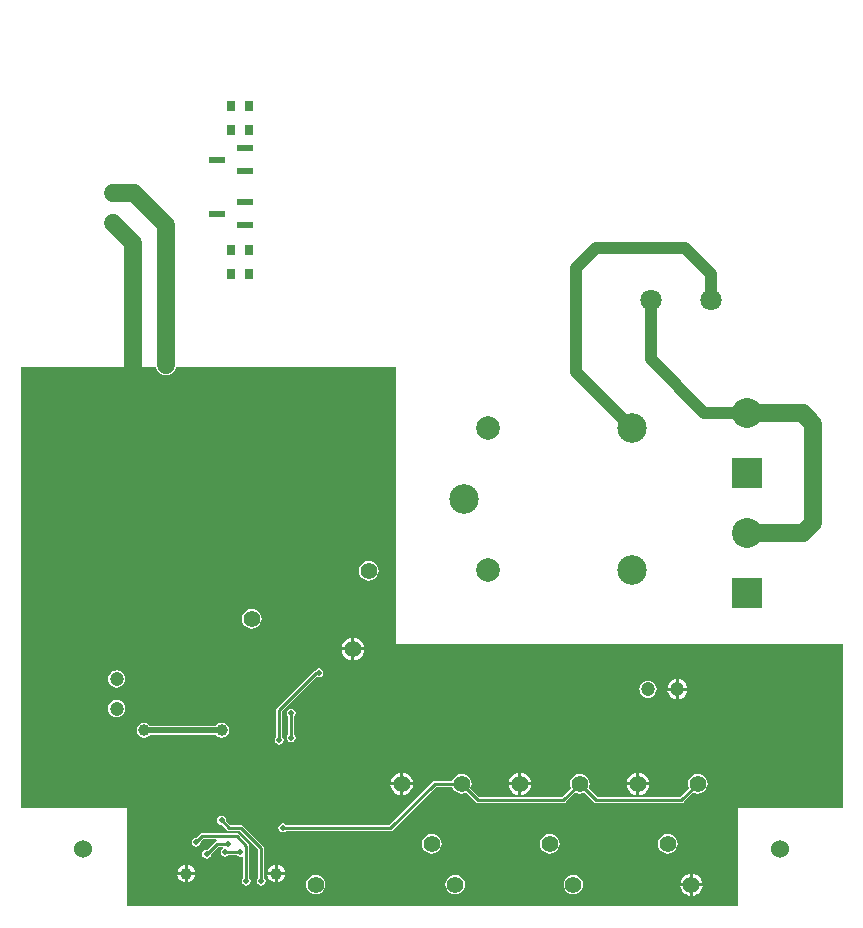
<source format=gbl>
G04*
G04 #@! TF.GenerationSoftware,Altium Limited,Altium Designer,21.6.1 (37)*
G04*
G04 Layer_Physical_Order=2*
G04 Layer_Color=16711680*
%FSLAX25Y25*%
%MOIN*%
G70*
G04*
G04 #@! TF.SameCoordinates,2088F3C0-FEE1-402F-84BC-96CE3F90A9C5*
G04*
G04*
G04 #@! TF.FilePolarity,Positive*
G04*
G01*
G75*
%ADD13C,0.01000*%
%ADD43R,0.02756X0.03543*%
%ADD52C,0.03937*%
%ADD55C,0.02000*%
%ADD56C,0.05906*%
%ADD57C,0.03937*%
%ADD60C,0.07087*%
%ADD61C,0.05906*%
%ADD62C,0.00394*%
%ADD63C,0.04724*%
%ADD64C,0.06000*%
%ADD65C,0.05512*%
%ADD66C,0.09843*%
%ADD67C,0.07874*%
%ADD68C,0.10000*%
%ADD69R,0.10000X0.10000*%
%ADD70C,0.01968*%
%ADD71R,0.05709X0.02362*%
G36*
X-11811Y-69480D02*
X137031D01*
X137031Y-124000D01*
X102000D01*
Y-156716D01*
X-101412Y-156716D01*
Y-124000D01*
X-137031D01*
X-137031Y23000D01*
X-91993D01*
X-91956Y22721D01*
X-91609Y21881D01*
X-91055Y21159D01*
X-90334Y20606D01*
X-89494Y20258D01*
X-88592Y20140D01*
X-87691Y20258D01*
X-86851Y20606D01*
X-86130Y21159D01*
X-85576Y21881D01*
X-85229Y22721D01*
X-85192Y23000D01*
X-11811Y23000D01*
Y-69480D01*
D02*
G37*
%LPC*%
G36*
X-21000Y-41716D02*
X-21850Y-41828D01*
X-22642Y-42156D01*
X-23322Y-42678D01*
X-23844Y-43358D01*
X-24172Y-44150D01*
X-24284Y-45000D01*
X-24172Y-45850D01*
X-23844Y-46642D01*
X-23322Y-47322D01*
X-22642Y-47844D01*
X-21850Y-48172D01*
X-21000Y-48284D01*
X-20150Y-48172D01*
X-19358Y-47844D01*
X-18678Y-47322D01*
X-18156Y-46642D01*
X-17828Y-45850D01*
X-17716Y-45000D01*
X-17828Y-44150D01*
X-18156Y-43358D01*
X-18678Y-42678D01*
X-19358Y-42156D01*
X-20150Y-41828D01*
X-21000Y-41716D01*
D02*
G37*
G36*
X-60000Y-57716D02*
X-60850Y-57828D01*
X-61642Y-58156D01*
X-62322Y-58678D01*
X-62844Y-59358D01*
X-63172Y-60150D01*
X-63284Y-61000D01*
X-63172Y-61850D01*
X-62844Y-62642D01*
X-62322Y-63322D01*
X-61642Y-63844D01*
X-60850Y-64172D01*
X-60000Y-64284D01*
X-59150Y-64172D01*
X-58358Y-63844D01*
X-57678Y-63322D01*
X-57156Y-62642D01*
X-56828Y-61850D01*
X-56716Y-61000D01*
X-56828Y-60150D01*
X-57156Y-59358D01*
X-57678Y-58678D01*
X-58358Y-58156D01*
X-59150Y-57828D01*
X-60000Y-57716D01*
D02*
G37*
G36*
X-25764Y-67352D02*
Y-70575D01*
X-22542D01*
X-22605Y-70095D01*
X-22984Y-69181D01*
X-23586Y-68396D01*
X-24370Y-67794D01*
X-25284Y-67416D01*
X-25764Y-67352D01*
D02*
G37*
G36*
X-26764D02*
X-27245Y-67416D01*
X-28159Y-67794D01*
X-28943Y-68396D01*
X-29545Y-69181D01*
X-29923Y-70095D01*
X-29987Y-70575D01*
X-26764D01*
Y-67352D01*
D02*
G37*
G36*
X-22542Y-71575D02*
X-25764D01*
Y-74797D01*
X-25284Y-74734D01*
X-24370Y-74356D01*
X-23586Y-73754D01*
X-22984Y-72969D01*
X-22605Y-72056D01*
X-22542Y-71575D01*
D02*
G37*
G36*
X-26764D02*
X-29987D01*
X-29923Y-72056D01*
X-29545Y-72969D01*
X-28943Y-73754D01*
X-28159Y-74356D01*
X-27245Y-74734D01*
X-26764Y-74797D01*
Y-71575D01*
D02*
G37*
G36*
X-37583Y-77522D02*
X-38162Y-77637D01*
X-38653Y-77965D01*
X-38853Y-78264D01*
X-38926Y-78279D01*
X-39257Y-78500D01*
X-51516Y-90759D01*
X-51737Y-91090D01*
X-51815Y-91480D01*
Y-100376D01*
X-51865Y-100410D01*
X-52193Y-100901D01*
X-52309Y-101480D01*
X-52193Y-102059D01*
X-51865Y-102550D01*
X-51374Y-102878D01*
X-50795Y-102994D01*
X-50216Y-102878D01*
X-49725Y-102550D01*
X-49397Y-102059D01*
X-49282Y-101480D01*
X-49397Y-100901D01*
X-49725Y-100410D01*
X-49776Y-100376D01*
Y-91903D01*
X-38249Y-80376D01*
X-38162Y-80433D01*
X-37583Y-80549D01*
X-37004Y-80433D01*
X-36513Y-80106D01*
X-36185Y-79615D01*
X-36070Y-79035D01*
X-36185Y-78456D01*
X-36513Y-77965D01*
X-37004Y-77637D01*
X-37583Y-77522D01*
D02*
G37*
G36*
X-105000Y-78192D02*
X-105747Y-78290D01*
X-106444Y-78579D01*
X-107041Y-79037D01*
X-107500Y-79635D01*
X-107789Y-80332D01*
X-107887Y-81079D01*
X-107789Y-81826D01*
X-107500Y-82522D01*
X-107041Y-83120D01*
X-106444Y-83579D01*
X-105747Y-83867D01*
X-105000Y-83966D01*
X-104253Y-83867D01*
X-103557Y-83579D01*
X-102959Y-83120D01*
X-102500Y-82522D01*
X-102211Y-81826D01*
X-102113Y-81079D01*
X-102211Y-80332D01*
X-102500Y-79635D01*
X-102959Y-79037D01*
X-103557Y-78579D01*
X-104253Y-78290D01*
X-105000Y-78192D01*
D02*
G37*
G36*
X82421Y-81175D02*
Y-84000D01*
X85247D01*
X85197Y-83622D01*
X84858Y-82804D01*
X84319Y-82102D01*
X83617Y-81563D01*
X82799Y-81224D01*
X82421Y-81175D01*
D02*
G37*
G36*
X81421D02*
X81044Y-81224D01*
X80226Y-81563D01*
X79523Y-82102D01*
X78984Y-82804D01*
X78646Y-83622D01*
X78596Y-84000D01*
X81421D01*
Y-81175D01*
D02*
G37*
G36*
X72079Y-81613D02*
X71332Y-81712D01*
X70635Y-82000D01*
X70037Y-82459D01*
X69579Y-83057D01*
X69290Y-83753D01*
X69192Y-84500D01*
X69290Y-85247D01*
X69579Y-85943D01*
X70037Y-86541D01*
X70635Y-87000D01*
X71332Y-87288D01*
X72079Y-87387D01*
X72826Y-87288D01*
X73522Y-87000D01*
X74120Y-86541D01*
X74579Y-85943D01*
X74867Y-85247D01*
X74966Y-84500D01*
X74867Y-83753D01*
X74579Y-83057D01*
X74120Y-82459D01*
X73522Y-82000D01*
X72826Y-81712D01*
X72079Y-81613D01*
D02*
G37*
G36*
X85247Y-85000D02*
X82421D01*
Y-87825D01*
X82799Y-87776D01*
X83617Y-87437D01*
X84319Y-86898D01*
X84858Y-86196D01*
X85197Y-85378D01*
X85247Y-85000D01*
D02*
G37*
G36*
X81421D02*
X78596D01*
X78646Y-85378D01*
X78984Y-86196D01*
X79523Y-86898D01*
X80226Y-87437D01*
X81044Y-87776D01*
X81421Y-87825D01*
Y-85000D01*
D02*
G37*
G36*
X-105000Y-88034D02*
X-105747Y-88133D01*
X-106444Y-88421D01*
X-107041Y-88880D01*
X-107500Y-89478D01*
X-107789Y-90174D01*
X-107887Y-90921D01*
X-107789Y-91668D01*
X-107500Y-92365D01*
X-107041Y-92963D01*
X-106444Y-93421D01*
X-105747Y-93710D01*
X-105000Y-93808D01*
X-104253Y-93710D01*
X-103557Y-93421D01*
X-102959Y-92963D01*
X-102500Y-92365D01*
X-102211Y-91668D01*
X-102113Y-90921D01*
X-102211Y-90174D01*
X-102500Y-89478D01*
X-102959Y-88880D01*
X-103557Y-88421D01*
X-104253Y-88133D01*
X-105000Y-88034D01*
D02*
G37*
G36*
X-95849Y-95663D02*
X-96812Y-95855D01*
X-97629Y-96400D01*
X-98174Y-97217D01*
X-98366Y-98180D01*
X-98174Y-99143D01*
X-97629Y-99960D01*
X-96812Y-100505D01*
X-95849Y-100697D01*
X-94886Y-100505D01*
X-94069Y-99960D01*
X-93929Y-99750D01*
X-71974D01*
X-71807Y-100000D01*
X-70991Y-100546D01*
X-70028Y-100737D01*
X-69064Y-100546D01*
X-68248Y-100000D01*
X-67702Y-99184D01*
X-67511Y-98220D01*
X-67702Y-97257D01*
X-68248Y-96441D01*
X-69064Y-95895D01*
X-70028Y-95704D01*
X-70991Y-95895D01*
X-71807Y-96441D01*
X-71974Y-96691D01*
X-93875D01*
X-94069Y-96400D01*
X-94886Y-95855D01*
X-95849Y-95663D01*
D02*
G37*
G36*
X-46812Y-90967D02*
X-47391Y-91082D01*
X-47882Y-91410D01*
X-48210Y-91901D01*
X-48325Y-92480D01*
X-48210Y-93059D01*
X-47882Y-93550D01*
X-47832Y-93584D01*
Y-99545D01*
X-47882Y-99579D01*
X-48210Y-100070D01*
X-48325Y-100649D01*
X-48210Y-101228D01*
X-47882Y-101719D01*
X-47391Y-102047D01*
X-46812Y-102162D01*
X-46233Y-102047D01*
X-45742Y-101719D01*
X-45414Y-101228D01*
X-45299Y-100649D01*
X-45414Y-100070D01*
X-45742Y-99579D01*
X-45792Y-99545D01*
Y-93584D01*
X-45742Y-93550D01*
X-45414Y-93059D01*
X-45299Y-92480D01*
X-45414Y-91901D01*
X-45742Y-91410D01*
X-46233Y-91082D01*
X-46812Y-90967D01*
D02*
G37*
G36*
X69240Y-112262D02*
Y-115484D01*
X72463D01*
X72399Y-115004D01*
X72021Y-114090D01*
X71419Y-113305D01*
X70634Y-112704D01*
X69721Y-112325D01*
X69240Y-112262D01*
D02*
G37*
G36*
X29870D02*
Y-115484D01*
X33093D01*
X33029Y-115004D01*
X32651Y-114090D01*
X32049Y-113305D01*
X31264Y-112704D01*
X30351Y-112325D01*
X29870Y-112262D01*
D02*
G37*
G36*
X68240D02*
X67760Y-112325D01*
X66846Y-112704D01*
X66061Y-113305D01*
X65459Y-114090D01*
X65081Y-115004D01*
X65018Y-115484D01*
X68240D01*
Y-112262D01*
D02*
G37*
G36*
X28870D02*
X28390Y-112325D01*
X27476Y-112704D01*
X26691Y-113305D01*
X26089Y-114090D01*
X25711Y-115004D01*
X25648Y-115484D01*
X28870D01*
Y-112262D01*
D02*
G37*
G36*
X-9500D02*
Y-115484D01*
X-6278D01*
X-6341Y-115004D01*
X-6719Y-114090D01*
X-7321Y-113305D01*
X-8106Y-112704D01*
X-9020Y-112325D01*
X-9500Y-112262D01*
D02*
G37*
G36*
X-10500Y-112262D02*
X-10981Y-112325D01*
X-11894Y-112704D01*
X-12679Y-113305D01*
X-13281Y-114090D01*
X-13659Y-115004D01*
X-13723Y-115484D01*
X-10500D01*
Y-112262D01*
D02*
G37*
G36*
Y-116484D02*
X-13723D01*
X-13659Y-116965D01*
X-13281Y-117878D01*
X-12679Y-118663D01*
X-11894Y-119265D01*
X-10981Y-119643D01*
X-10500Y-119707D01*
Y-116484D01*
D02*
G37*
G36*
X72463Y-116484D02*
X69240D01*
Y-119707D01*
X69721Y-119643D01*
X70634Y-119265D01*
X71419Y-118663D01*
X72021Y-117878D01*
X72399Y-116965D01*
X72463Y-116484D01*
D02*
G37*
G36*
X33093D02*
X29870D01*
Y-119707D01*
X30351Y-119643D01*
X31264Y-119265D01*
X32049Y-118663D01*
X32651Y-117878D01*
X33029Y-116965D01*
X33093Y-116484D01*
D02*
G37*
G36*
X68240D02*
X65018D01*
X65081Y-116965D01*
X65459Y-117878D01*
X66061Y-118663D01*
X66846Y-119265D01*
X67760Y-119643D01*
X68240Y-119707D01*
Y-116484D01*
D02*
G37*
G36*
X28870D02*
X25648D01*
X25711Y-116965D01*
X26089Y-117878D01*
X26691Y-118663D01*
X27476Y-119265D01*
X28390Y-119643D01*
X28870Y-119707D01*
Y-116484D01*
D02*
G37*
G36*
X-6278Y-116484D02*
X-9500D01*
Y-119707D01*
X-9020Y-119643D01*
X-8106Y-119265D01*
X-7321Y-118663D01*
X-6719Y-117878D01*
X-6341Y-116965D01*
X-6278Y-116484D01*
D02*
G37*
G36*
X88740Y-112700D02*
X87890Y-112812D01*
X87098Y-113140D01*
X86418Y-113662D01*
X85896Y-114342D01*
X85568Y-115134D01*
X85456Y-115984D01*
X85568Y-116834D01*
X85826Y-117457D01*
X82841Y-120441D01*
X55269D01*
X52284Y-117457D01*
X52542Y-116834D01*
X52654Y-115984D01*
X52542Y-115134D01*
X52214Y-114342D01*
X51692Y-113662D01*
X51012Y-113140D01*
X50220Y-112812D01*
X49370Y-112700D01*
X48520Y-112812D01*
X47728Y-113140D01*
X47048Y-113662D01*
X46526Y-114342D01*
X46198Y-115134D01*
X46086Y-115984D01*
X46198Y-116834D01*
X46456Y-117457D01*
X43471Y-120441D01*
X15899D01*
X12914Y-117457D01*
X13172Y-116834D01*
X13284Y-115984D01*
X13172Y-115134D01*
X12844Y-114342D01*
X12322Y-113662D01*
X11642Y-113140D01*
X10850Y-112812D01*
X10000Y-112700D01*
X9150Y-112812D01*
X8358Y-113140D01*
X7678Y-113662D01*
X7156Y-114342D01*
X6898Y-114965D01*
X971D01*
X581Y-115042D01*
X250Y-115263D01*
X-14145Y-129658D01*
X-48460D01*
X-48494Y-129608D01*
X-48985Y-129280D01*
X-49564Y-129165D01*
X-50143Y-129280D01*
X-50634Y-129608D01*
X-50962Y-130099D01*
X-51077Y-130678D01*
X-50962Y-131257D01*
X-50634Y-131748D01*
X-50143Y-132076D01*
X-49564Y-132191D01*
X-48985Y-132076D01*
X-48494Y-131748D01*
X-48460Y-131697D01*
X-13723D01*
X-13332Y-131620D01*
X-13002Y-131399D01*
X1393Y-117004D01*
X6898D01*
X7156Y-117626D01*
X7678Y-118306D01*
X8358Y-118828D01*
X9150Y-119156D01*
X10000Y-119268D01*
X10850Y-119156D01*
X11472Y-118898D01*
X14755Y-122182D01*
X15086Y-122403D01*
X15476Y-122480D01*
X43894D01*
X44284Y-122403D01*
X44615Y-122182D01*
X47898Y-118898D01*
X48520Y-119156D01*
X49370Y-119268D01*
X50220Y-119156D01*
X50842Y-118898D01*
X54126Y-122182D01*
X54456Y-122403D01*
X54847Y-122480D01*
X83264D01*
X83654Y-122403D01*
X83985Y-122182D01*
X87268Y-118898D01*
X87890Y-119156D01*
X88740Y-119268D01*
X89590Y-119156D01*
X90382Y-118828D01*
X91062Y-118306D01*
X91584Y-117626D01*
X91912Y-116834D01*
X92024Y-115984D01*
X91912Y-115134D01*
X91584Y-114342D01*
X91062Y-113662D01*
X90382Y-113140D01*
X89590Y-112812D01*
X88740Y-112700D01*
D02*
G37*
G36*
X-64909Y-132461D02*
X-76524D01*
X-76914Y-132538D01*
X-77245Y-132759D01*
X-78465Y-133980D01*
X-78525Y-133968D01*
X-79104Y-134083D01*
X-79595Y-134411D01*
X-79923Y-134902D01*
X-80038Y-135481D01*
X-79923Y-136060D01*
X-79595Y-136551D01*
X-79104Y-136879D01*
X-78525Y-136994D01*
X-77946Y-136879D01*
X-77455Y-136551D01*
X-77127Y-136060D01*
X-77012Y-135481D01*
X-77023Y-135422D01*
X-76101Y-134500D01*
X-71758D01*
X-71709Y-135000D01*
X-71922Y-135042D01*
X-72253Y-135263D01*
X-74968Y-137979D01*
X-75028Y-137967D01*
X-75607Y-138082D01*
X-76098Y-138410D01*
X-76426Y-138901D01*
X-76541Y-139480D01*
X-76426Y-140059D01*
X-76098Y-140550D01*
X-75607Y-140878D01*
X-75028Y-140994D01*
X-74448Y-140878D01*
X-73958Y-140550D01*
X-73629Y-140059D01*
X-73514Y-139480D01*
X-73526Y-139421D01*
X-71109Y-137004D01*
X-69659D01*
X-69525Y-137504D01*
X-69898Y-137753D01*
X-70226Y-138244D01*
X-70341Y-138823D01*
X-70226Y-139402D01*
X-69898Y-139893D01*
X-69407Y-140221D01*
X-68828Y-140336D01*
X-68249Y-140221D01*
X-67758Y-139893D01*
X-67724Y-139842D01*
X-65051D01*
X-65017Y-139893D01*
X-64526Y-140221D01*
X-63947Y-140336D01*
X-63368Y-140221D01*
X-63315Y-140185D01*
X-62815Y-140453D01*
Y-147377D01*
X-62865Y-147410D01*
X-63193Y-147901D01*
X-63309Y-148480D01*
X-63193Y-149059D01*
X-62865Y-149550D01*
X-62374Y-149878D01*
X-61795Y-149994D01*
X-61216Y-149878D01*
X-60725Y-149550D01*
X-60397Y-149059D01*
X-60282Y-148480D01*
X-60397Y-147901D01*
X-60725Y-147410D01*
X-60776Y-147377D01*
Y-136594D01*
X-60853Y-136204D01*
X-61074Y-135873D01*
X-64188Y-132759D01*
X-64519Y-132538D01*
X-64909Y-132461D01*
D02*
G37*
G36*
X78740Y-132700D02*
X77890Y-132812D01*
X77098Y-133140D01*
X76418Y-133662D01*
X75896Y-134342D01*
X75568Y-135134D01*
X75456Y-135984D01*
X75568Y-136834D01*
X75896Y-137626D01*
X76418Y-138306D01*
X77098Y-138828D01*
X77890Y-139156D01*
X78740Y-139268D01*
X79590Y-139156D01*
X80382Y-138828D01*
X81062Y-138306D01*
X81584Y-137626D01*
X81912Y-136834D01*
X82024Y-135984D01*
X81912Y-135134D01*
X81584Y-134342D01*
X81062Y-133662D01*
X80382Y-133140D01*
X79590Y-132812D01*
X78740Y-132700D01*
D02*
G37*
G36*
X39370D02*
X38520Y-132812D01*
X37728Y-133140D01*
X37048Y-133662D01*
X36526Y-134342D01*
X36198Y-135134D01*
X36086Y-135984D01*
X36198Y-136834D01*
X36526Y-137626D01*
X37048Y-138306D01*
X37728Y-138828D01*
X38520Y-139156D01*
X39370Y-139268D01*
X40220Y-139156D01*
X41012Y-138828D01*
X41692Y-138306D01*
X42214Y-137626D01*
X42542Y-136834D01*
X42654Y-135984D01*
X42542Y-135134D01*
X42214Y-134342D01*
X41692Y-133662D01*
X41012Y-133140D01*
X40220Y-132812D01*
X39370Y-132700D01*
D02*
G37*
G36*
X0D02*
X-850Y-132812D01*
X-1642Y-133140D01*
X-2322Y-133662D01*
X-2844Y-134342D01*
X-3172Y-135134D01*
X-3284Y-135984D01*
X-3172Y-136834D01*
X-2844Y-137626D01*
X-2322Y-138306D01*
X-1642Y-138828D01*
X-850Y-139156D01*
X0Y-139268D01*
X850Y-139156D01*
X1642Y-138828D01*
X2322Y-138306D01*
X2844Y-137626D01*
X3172Y-136834D01*
X3284Y-135984D01*
X3172Y-135134D01*
X2844Y-134342D01*
X2322Y-133662D01*
X1642Y-133140D01*
X850Y-132812D01*
X0Y-132700D01*
D02*
G37*
G36*
X-81295Y-143052D02*
Y-145480D01*
X-78867D01*
X-78903Y-145205D01*
X-79202Y-144483D01*
X-79678Y-143863D01*
X-80298Y-143387D01*
X-81020Y-143088D01*
X-81295Y-143052D01*
D02*
G37*
G36*
X-51295D02*
Y-145480D01*
X-48867D01*
X-48903Y-145205D01*
X-49202Y-144483D01*
X-49678Y-143863D01*
X-50298Y-143387D01*
X-51020Y-143088D01*
X-51295Y-143052D01*
D02*
G37*
G36*
X-52295D02*
X-52570Y-143088D01*
X-53292Y-143387D01*
X-53913Y-143863D01*
X-54388Y-144483D01*
X-54687Y-145205D01*
X-54724Y-145480D01*
X-52295D01*
Y-143052D01*
D02*
G37*
G36*
X-82295D02*
X-82570Y-143088D01*
X-83292Y-143387D01*
X-83912Y-143863D01*
X-84388Y-144483D01*
X-84687Y-145205D01*
X-84724Y-145480D01*
X-82295D01*
Y-143052D01*
D02*
G37*
G36*
X-78867Y-146480D02*
X-81295D01*
Y-148909D01*
X-81020Y-148872D01*
X-80298Y-148573D01*
X-79678Y-148098D01*
X-79202Y-147477D01*
X-78903Y-146755D01*
X-78867Y-146480D01*
D02*
G37*
G36*
X-48867D02*
X-51295D01*
Y-148909D01*
X-51020Y-148872D01*
X-50298Y-148573D01*
X-49678Y-148098D01*
X-49202Y-147477D01*
X-48903Y-146755D01*
X-48867Y-146480D01*
D02*
G37*
G36*
X-52295D02*
X-54724D01*
X-54687Y-146755D01*
X-54388Y-147477D01*
X-53913Y-148098D01*
X-53292Y-148573D01*
X-52570Y-148872D01*
X-52295Y-148909D01*
Y-146480D01*
D02*
G37*
G36*
X-82295D02*
X-84724D01*
X-84687Y-146755D01*
X-84388Y-147477D01*
X-83912Y-148098D01*
X-83292Y-148573D01*
X-82570Y-148872D01*
X-82295Y-148909D01*
Y-146480D01*
D02*
G37*
G36*
X87114Y-145884D02*
Y-149106D01*
X90337D01*
X90273Y-148626D01*
X89895Y-147712D01*
X89293Y-146927D01*
X88508Y-146326D01*
X87595Y-145947D01*
X87114Y-145884D01*
D02*
G37*
G36*
X86114D02*
X85634Y-145947D01*
X84720Y-146326D01*
X83935Y-146927D01*
X83333Y-147712D01*
X82955Y-148626D01*
X82892Y-149106D01*
X86114D01*
Y-145884D01*
D02*
G37*
G36*
X-70028Y-126739D02*
X-70607Y-126854D01*
X-71098Y-127182D01*
X-71426Y-127673D01*
X-71541Y-128252D01*
X-71426Y-128831D01*
X-71098Y-129322D01*
X-70607Y-129650D01*
X-70028Y-129765D01*
X-69968Y-129753D01*
X-68323Y-131399D01*
X-67992Y-131620D01*
X-67602Y-131697D01*
X-64022D01*
X-57815Y-137905D01*
Y-147377D01*
X-57865Y-147410D01*
X-58193Y-147901D01*
X-58309Y-148480D01*
X-58193Y-149059D01*
X-57865Y-149550D01*
X-57374Y-149878D01*
X-56795Y-149994D01*
X-56216Y-149878D01*
X-55725Y-149550D01*
X-55397Y-149059D01*
X-55282Y-148480D01*
X-55397Y-147901D01*
X-55725Y-147410D01*
X-55776Y-147377D01*
Y-137482D01*
X-55853Y-137092D01*
X-56074Y-136761D01*
X-62879Y-129957D01*
X-63209Y-129736D01*
X-63600Y-129658D01*
X-67179D01*
X-68526Y-128312D01*
X-68514Y-128252D01*
X-68629Y-127673D01*
X-68958Y-127182D01*
X-69448Y-126854D01*
X-70028Y-126739D01*
D02*
G37*
G36*
X47244Y-146322D02*
X46394Y-146434D01*
X45602Y-146762D01*
X44922Y-147284D01*
X44400Y-147964D01*
X44072Y-148756D01*
X43960Y-149606D01*
X44072Y-150456D01*
X44400Y-151248D01*
X44922Y-151928D01*
X45602Y-152450D01*
X46394Y-152778D01*
X47244Y-152890D01*
X48094Y-152778D01*
X48886Y-152450D01*
X49566Y-151928D01*
X50088Y-151248D01*
X50416Y-150456D01*
X50528Y-149606D01*
X50416Y-148756D01*
X50088Y-147964D01*
X49566Y-147284D01*
X48886Y-146762D01*
X48094Y-146434D01*
X47244Y-146322D01*
D02*
G37*
G36*
X7874D02*
X7024Y-146434D01*
X6232Y-146762D01*
X5552Y-147284D01*
X5030Y-147964D01*
X4702Y-148756D01*
X4590Y-149606D01*
X4702Y-150456D01*
X5030Y-151248D01*
X5552Y-151928D01*
X6232Y-152450D01*
X7024Y-152778D01*
X7874Y-152890D01*
X8724Y-152778D01*
X9516Y-152450D01*
X10196Y-151928D01*
X10718Y-151248D01*
X11046Y-150456D01*
X11158Y-149606D01*
X11046Y-148756D01*
X10718Y-147964D01*
X10196Y-147284D01*
X9516Y-146762D01*
X8724Y-146434D01*
X7874Y-146322D01*
D02*
G37*
G36*
X-38691D02*
X-39541Y-146434D01*
X-40333Y-146762D01*
X-41013Y-147284D01*
X-41535Y-147964D01*
X-41863Y-148756D01*
X-41975Y-149606D01*
X-41863Y-150456D01*
X-41535Y-151248D01*
X-41013Y-151928D01*
X-40333Y-152450D01*
X-39541Y-152778D01*
X-38691Y-152890D01*
X-37841Y-152778D01*
X-37049Y-152450D01*
X-36369Y-151928D01*
X-35847Y-151248D01*
X-35519Y-150456D01*
X-35407Y-149606D01*
X-35519Y-148756D01*
X-35847Y-147964D01*
X-36369Y-147284D01*
X-37049Y-146762D01*
X-37841Y-146434D01*
X-38691Y-146322D01*
D02*
G37*
G36*
X90337Y-150106D02*
X87114D01*
Y-153329D01*
X87595Y-153266D01*
X88508Y-152887D01*
X89293Y-152285D01*
X89895Y-151500D01*
X90273Y-150587D01*
X90337Y-150106D01*
D02*
G37*
G36*
X86114D02*
X82892D01*
X82955Y-150587D01*
X83333Y-151500D01*
X83935Y-152285D01*
X84720Y-152887D01*
X85634Y-153266D01*
X86114Y-153329D01*
Y-150106D01*
D02*
G37*
%LPD*%
D13*
X-49564Y-130678D02*
X-13723D01*
X971Y-115984D02*
X10000D01*
X-13723Y-130678D02*
X971Y-115984D01*
X10000D02*
X15476Y-121461D01*
X43894D01*
X49370Y-115984D01*
X54847Y-121461D01*
X83264D01*
X88740Y-115984D01*
X-67602Y-130678D02*
X-63600D01*
X-70028Y-128252D02*
X-67602Y-130678D01*
X-63600D02*
X-56795Y-137482D01*
X-50795Y-101480D02*
Y-91480D01*
X-38536Y-79221D01*
X-46812Y-100649D02*
Y-92480D01*
X-38536Y-79221D02*
X-37769D01*
X-37583Y-79035D01*
X-71531Y-135984D02*
X-67795D01*
X-75028Y-139480D02*
X-71531Y-135984D01*
X-64085Y-138823D02*
X-63947Y-138685D01*
X-68828Y-138823D02*
X-64085D01*
X-56795Y-148480D02*
Y-137482D01*
X-76524Y-133480D02*
X-64909D01*
X-61795Y-148480D02*
Y-136594D01*
X-64909Y-133480D02*
X-61795Y-136594D01*
X-78524Y-135481D02*
X-76524Y-133480D01*
X-78525Y-135481D02*
X-78524D01*
D43*
X-66732Y110020D02*
D03*
X-60827D02*
D03*
X-66732Y102020D02*
D03*
X-60827D02*
D03*
X-66732Y62020D02*
D03*
X-60827D02*
D03*
X-66732Y54020D02*
D03*
X-60827D02*
D03*
D52*
X-81795Y-145980D02*
D03*
X-51795D02*
D03*
X-70028Y-98220D02*
D03*
X-95849Y-98180D02*
D03*
D55*
X-95795Y-98220D02*
X-70028D01*
D56*
X-106299Y80866D02*
X-99366D01*
X-88592Y23622D02*
Y70092D01*
X-99366Y80866D02*
X-88592Y70092D01*
X-99697Y16303D02*
Y64264D01*
X-106299Y70866D02*
X-99697Y64264D01*
X123745Y7520D02*
X127205Y4060D01*
X105205Y7520D02*
X123745D01*
X127205Y-29021D02*
Y4060D01*
X105205Y-32480D02*
X123745D01*
X127205Y-29021D01*
D57*
X73000Y25424D02*
X90905Y7520D01*
X73000Y25424D02*
Y45276D01*
X54705Y62520D02*
X84480D01*
X93000Y45276D02*
Y54000D01*
X84480Y62520D02*
X93000Y54000D01*
X90905Y7520D02*
X105205D01*
X48205Y56020D02*
X54705Y62520D01*
X48205Y21232D02*
Y56020D01*
Y21232D02*
X66791Y2646D01*
D60*
X93000Y45276D02*
D03*
X73000D02*
D03*
D61*
X-106299Y80866D02*
D03*
Y70866D02*
D03*
D62*
X-116142Y137795D02*
D03*
Y39370D02*
D03*
X116142Y137795D02*
D03*
Y39370D02*
D03*
D63*
X81921Y-84500D02*
D03*
X72079D02*
D03*
X-105000Y-90921D02*
D03*
Y-81079D02*
D03*
D64*
X-116142Y-137795D02*
D03*
X116142D02*
D03*
D65*
X78740Y-135984D02*
D03*
X88740Y-115984D02*
D03*
X68740D02*
D03*
X-10000D02*
D03*
X10000D02*
D03*
X0Y-135984D02*
D03*
X39370D02*
D03*
X49370Y-115984D02*
D03*
X29370D02*
D03*
X7874Y-149606D02*
D03*
X47244D02*
D03*
X-60000Y-61000D02*
D03*
X-21000Y-45000D02*
D03*
X-38691Y-149606D02*
D03*
X-26264Y-71075D02*
D03*
X86614Y-149606D02*
D03*
D66*
X66791Y2646D02*
D03*
Y-44598D02*
D03*
X10886Y-20976D02*
D03*
D67*
X18760Y-44598D02*
D03*
Y2646D02*
D03*
D68*
X105205Y-32480D02*
D03*
Y7520D02*
D03*
D69*
Y-52480D02*
D03*
Y-12480D02*
D03*
D70*
X-88548Y23622D02*
D03*
X0Y-125984D02*
D03*
X78740D02*
D03*
X39370D02*
D03*
X11811Y-104980D02*
D03*
X-28249Y2520D02*
D03*
X57205Y-104980D02*
D03*
X39705D02*
D03*
X-7795D02*
D03*
X-24991D02*
D03*
X-12795Y19820D02*
D03*
X-31012Y-37075D02*
D03*
X-36564Y8520D02*
D03*
X-83618Y-90681D02*
D03*
X-93295Y-57458D02*
D03*
X-83618Y-49316D02*
D03*
X-102488Y-57458D02*
D03*
X-50795Y-101480D02*
D03*
X-46812Y-100649D02*
D03*
X-75028Y-139480D02*
D03*
X-67795Y-135984D02*
D03*
X-68828Y-138823D02*
D03*
X-78525Y-135481D02*
D03*
X-70028Y-128252D02*
D03*
X-64909Y-112107D02*
D03*
X-78524Y-88335D02*
D03*
X-64795Y-101480D02*
D03*
X-64774Y-98480D02*
D03*
X-61263Y-112107D02*
D03*
X-49564Y-130678D02*
D03*
Y-112481D02*
D03*
X-46812Y-92480D02*
D03*
X-113394Y-82192D02*
D03*
X-37583Y-79035D02*
D03*
X-40905Y19820D02*
D03*
X-107379Y-26316D02*
D03*
Y-21316D02*
D03*
X-106795Y-11480D02*
D03*
X-85115Y-7438D02*
D03*
X-108363Y-42568D02*
D03*
X-89141Y-36177D02*
D03*
X-83379Y-37576D02*
D03*
X7298Y-78539D02*
D03*
X-80379Y-19316D02*
D03*
Y-27316D02*
D03*
X-79465Y-59480D02*
D03*
X-72713Y-38480D02*
D03*
Y-49316D02*
D03*
X-49895Y19820D02*
D03*
X10205Y-142623D02*
D03*
X-63947Y-138823D02*
D03*
X-88000Y-86936D02*
D03*
X-80379Y-74447D02*
D03*
X-94795Y-130678D02*
D03*
X-76795Y-143480D02*
D03*
X-67062Y-66480D02*
D03*
X-56795Y-26316D02*
D03*
X-55795Y-11480D02*
D03*
X-12605Y-78539D02*
D03*
X-66795Y-143480D02*
D03*
X-56795Y-148480D02*
D03*
X-61795D02*
D03*
D71*
X-62154Y77760D02*
D03*
Y70279D02*
D03*
X-71406Y74020D02*
D03*
X-62154Y95760D02*
D03*
Y88279D02*
D03*
X-71406Y92020D02*
D03*
M02*

</source>
